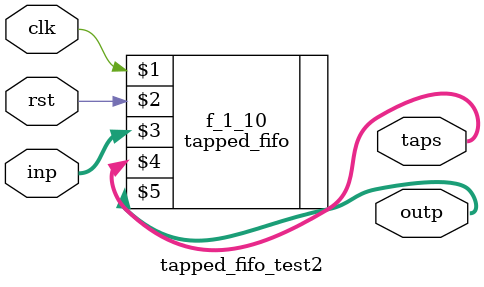
<source format=v>
/*  Concrete parameterizations of tapped FIFO for testing.
 *
 *  Copyright (c) 2016, Stephen Longfield, stephenlongfield.com
 *
 *  This program is free software: you can redistribute it and/or modify
 *  it under the terms of the GNU General Public License as published by
 *  the Free Software Foundation, either version 3 of the License, or
 *  (at your option) any later version.
 *
 *  This program is distributed in the hope that it will be useful,
 *  but WITHOUT ANY WARRANTY; without even the implied warranty of
 *  MERCHANTABILITY or FITNESS FOR A PARTICULAR PURPOSE.  See the
 *  GNU General Public License for more details.
 *
 *  You should have received a copy of the GNU General Public License
 *  along with this program.  If not, see <http://www.gnu.org/licenses/>.
 *
 */

`include "tapped_fifo.v"

module tapped_fifo_test2(
    input clk,
    input rst,
    input  wire [31:0] inp,
    output wire [(32*10-1):0] taps,
    output wire [31:0] outp
  );

  tapped_fifo #(.WIDTH(32), .DEPTH(10)) f_1_10(clk, rst, inp, taps, outp);
endmodule

</source>
